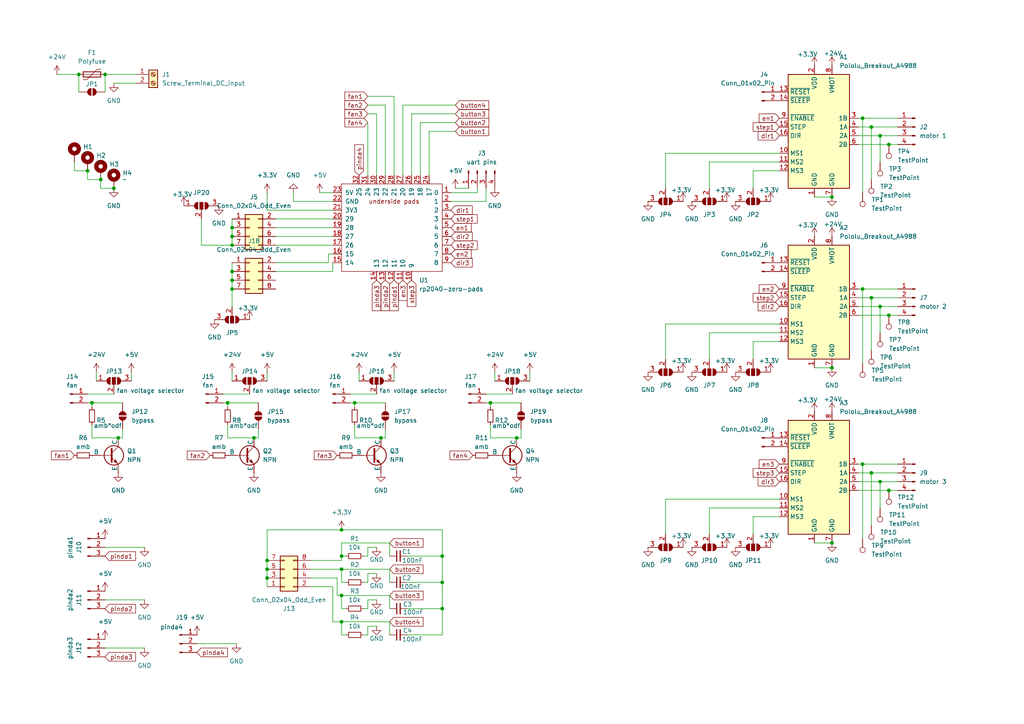
<source format=kicad_sch>
(kicad_sch (version 20231120) (generator "eeschema") (generator_version "8.0")
  (paper "A4")
  (junction (at 149.86 127))
  (junction (at 67.31 71.12))
  (junction (at 67.31 78.74))
  (junction (at 77.47 162.56))
  (junction (at 67.31 81.28))
  (junction (at 255.27 39.37))
  (junction (at 99.06 172.72))
  (junction (at 77.47 165.1))
  (junction (at 99.06 180.34))
  (junction (at 252.73 36.83))
  (junction (at 128.27 168.91))
  (junction (at 257.81 142.24))
  (junction (at 33.02 54.61))
  (junction (at 67.31 68.58))
  (junction (at 34.29 127))
  (junction (at 255.27 88.9))
  (junction (at 102.87 116.84))
  (junction (at 142.24 116.84))
  (junction (at 241.3 57.15))
  (junction (at 77.47 167.64))
  (junction (at 257.81 41.91))
  (junction (at 252.73 86.36))
  (junction (at 255.27 139.7))
  (junction (at 241.3 157.48))
  (junction (at 99.06 165.1))
  (junction (at 257.81 91.44))
  (junction (at 29.21 52.07))
  (junction (at 66.04 116.84))
  (junction (at 110.49 127))
  (junction (at 241.3 106.68))
  (junction (at 25.4 49.53))
  (junction (at 67.31 66.04))
  (junction (at 250.19 34.29))
  (junction (at 30.48 21.59))
  (junction (at 67.31 83.82))
  (junction (at 26.67 116.84))
  (junction (at 99.06 153.67))
  (junction (at 250.19 83.82))
  (junction (at 99.06 161.29))
  (junction (at 128.27 176.53))
  (junction (at 73.66 127))
  (junction (at 128.27 161.29))
  (junction (at 250.19 134.62))
  (junction (at 252.73 137.16))
  (junction (at 22.86 21.59))
  (wire (pts (xy 109.22 33.02) (xy 109.22 50.8)))
  (wire (pts (xy 250.19 134.62) (xy 248.92 134.62)))
  (wire (pts (xy 38.1 110.49) (xy 38.1 107.95)))
  (wire (pts (xy 25.4 116.84) (xy 26.67 116.84)))
  (wire (pts (xy 218.44 49.53) (xy 226.06 49.53)))
  (wire (pts (xy 106.68 181.61) (xy 109.22 181.61)))
  (wire (pts (xy 106.68 161.29) (xy 105.41 161.29)))
  (wire (pts (xy 205.74 147.32) (xy 226.06 147.32)))
  (wire (pts (xy 80.01 68.58) (xy 96.52 68.58)))
  (wire (pts (xy 260.35 134.62) (xy 250.19 134.62)))
  (wire (pts (xy 106.68 166.37) (xy 106.68 168.91)))
  (wire (pts (xy 58.42 63.5) (xy 58.42 71.12)))
  (wire (pts (xy 132.08 35.56) (xy 121.92 35.56)))
  (wire (pts (xy 218.44 149.86) (xy 218.44 154.94)))
  (wire (pts (xy 113.03 157.48) (xy 99.06 157.48)))
  (wire (pts (xy 260.35 36.83) (xy 252.73 36.83)))
  (wire (pts (xy 132.08 30.48) (xy 116.84 30.48)))
  (wire (pts (xy 236.22 57.15) (xy 241.3 57.15)))
  (wire (pts (xy 72.39 114.3) (xy 64.77 114.3)))
  (wire (pts (xy 116.84 30.48) (xy 116.84 50.8)))
  (wire (pts (xy 67.31 66.04) (xy 67.31 68.58)))
  (wire (pts (xy 193.04 44.45) (xy 193.04 54.61)))
  (wire (pts (xy 255.27 88.9) (xy 248.92 88.9)))
  (wire (pts (xy 128.27 168.91) (xy 118.11 168.91)))
  (wire (pts (xy 30.48 21.59) (xy 39.37 21.59)))
  (wire (pts (xy 29.21 54.61) (xy 33.02 54.61)))
  (wire (pts (xy 128.27 168.91) (xy 128.27 176.53)))
  (wire (pts (xy 35.56 124.46) (xy 35.56 127)))
  (wire (pts (xy 90.17 167.64) (xy 97.79 167.64)))
  (wire (pts (xy 67.31 81.28) (xy 67.31 83.82)))
  (wire (pts (xy 26.67 123.19) (xy 26.67 127)))
  (wire (pts (xy 226.06 44.45) (xy 193.04 44.45)))
  (wire (pts (xy 119.38 33.02) (xy 119.38 50.8)))
  (wire (pts (xy 80.01 71.12) (xy 96.52 71.12)))
  (wire (pts (xy 21.59 49.53) (xy 25.4 49.53)))
  (wire (pts (xy 153.67 110.49) (xy 153.67 107.95)))
  (wire (pts (xy 26.67 116.84) (xy 35.56 116.84)))
  (wire (pts (xy 101.6 116.84) (xy 102.87 116.84)))
  (wire (pts (xy 30.48 187.96) (xy 41.91 187.96)))
  (wire (pts (xy 74.93 127) (xy 73.66 127)))
  (wire (pts (xy 151.13 124.46) (xy 151.13 127)))
  (wire (pts (xy 106.68 27.94) (xy 114.3 27.94)))
  (wire (pts (xy 113.03 165.1) (xy 99.06 165.1)))
  (wire (pts (xy 128.27 176.53) (xy 128.27 184.15)))
  (wire (pts (xy 124.46 38.1) (xy 132.08 38.1)))
  (wire (pts (xy 193.04 93.98) (xy 193.04 104.14)))
  (wire (pts (xy 74.93 124.46) (xy 74.93 127)))
  (wire (pts (xy 124.46 38.1) (xy 124.46 50.8)))
  (wire (pts (xy 255.27 147.32) (xy 255.27 139.7)))
  (wire (pts (xy 30.48 173.99) (xy 41.91 173.99)))
  (wire (pts (xy 205.74 54.61) (xy 205.74 46.99)))
  (wire (pts (xy 99.06 172.72) (xy 99.06 176.53)))
  (wire (pts (xy 99.06 165.1) (xy 99.06 168.91)))
  (wire (pts (xy 142.24 127) (xy 149.86 127)))
  (wire (pts (xy 67.31 68.58) (xy 67.31 71.12)))
  (wire (pts (xy 30.48 158.75) (xy 41.91 158.75)))
  (wire (pts (xy 114.3 110.49) (xy 114.3 107.95)))
  (wire (pts (xy 106.68 176.53) (xy 105.41 176.53)))
  (wire (pts (xy 90.17 162.56) (xy 99.06 162.56)))
  (wire (pts (xy 128.27 161.29) (xy 118.11 161.29)))
  (wire (pts (xy 138.43 55.88) (xy 130.81 55.88)))
  (wire (pts (xy 67.31 83.82) (xy 67.31 88.9)))
  (wire (pts (xy 99.06 168.91) (xy 100.33 168.91)))
  (wire (pts (xy 255.27 39.37) (xy 248.92 39.37)))
  (wire (pts (xy 66.04 123.19) (xy 66.04 127)))
  (wire (pts (xy 260.35 91.44) (xy 257.81 91.44)))
  (wire (pts (xy 22.86 21.59) (xy 22.86 26.67)))
  (wire (pts (xy 25.4 52.07) (xy 29.21 52.07)))
  (wire (pts (xy 114.3 27.94) (xy 114.3 50.8)))
  (wire (pts (xy 96.52 60.96) (xy 77.47 60.96)))
  (wire (pts (xy 66.04 116.84) (xy 74.93 116.84)))
  (wire (pts (xy 67.31 76.2) (xy 67.31 78.74)))
  (wire (pts (xy 111.76 30.48) (xy 111.76 50.8)))
  (wire (pts (xy 250.19 34.29) (xy 250.19 55.88)))
  (wire (pts (xy 106.68 158.75) (xy 109.22 158.75)))
  (wire (pts (xy 21.59 46.99) (xy 21.59 49.53)))
  (wire (pts (xy 95.25 73.66) (xy 95.25 76.2)))
  (wire (pts (xy 102.87 123.19) (xy 102.87 127)))
  (wire (pts (xy 106.68 168.91) (xy 105.41 168.91)))
  (wire (pts (xy 140.97 58.42) (xy 140.97 54.61)))
  (wire (pts (xy 255.27 139.7) (xy 248.92 139.7)))
  (wire (pts (xy 113.03 176.53) (xy 113.03 172.72)))
  (wire (pts (xy 226.06 144.78) (xy 193.04 144.78)))
  (wire (pts (xy 252.73 152.4) (xy 252.73 137.16)))
  (wire (pts (xy 113.03 180.34) (xy 99.06 180.34)))
  (wire (pts (xy 77.47 162.56) (xy 77.47 165.1)))
  (wire (pts (xy 99.06 157.48) (xy 99.06 161.29)))
  (wire (pts (xy 26.67 118.11) (xy 26.67 116.84)))
  (wire (pts (xy 96.52 58.42) (xy 85.09 58.42)))
  (wire (pts (xy 96.52 73.66) (xy 95.25 73.66)))
  (wire (pts (xy 106.68 33.02) (xy 109.22 33.02)))
  (wire (pts (xy 77.47 153.67) (xy 99.06 153.67)))
  (wire (pts (xy 255.27 96.52) (xy 255.27 88.9)))
  (wire (pts (xy 102.87 127) (xy 110.49 127)))
  (wire (pts (xy 99.06 180.34) (xy 99.06 184.15)))
  (wire (pts (xy 250.19 83.82) (xy 250.19 105.41)))
  (wire (pts (xy 148.59 114.3) (xy 140.97 114.3)))
  (wire (pts (xy 106.68 158.75) (xy 106.68 161.29)))
  (wire (pts (xy 30.48 21.59) (xy 30.48 26.67)))
  (wire (pts (xy 121.92 35.56) (xy 121.92 50.8)))
  (wire (pts (xy 35.56 127) (xy 34.29 127)))
  (wire (pts (xy 260.35 137.16) (xy 252.73 137.16)))
  (wire (pts (xy 77.47 167.64) (xy 77.47 170.18)))
  (wire (pts (xy 57.15 186.69) (xy 68.58 186.69)))
  (wire (pts (xy 138.43 55.88) (xy 138.43 54.61)))
  (wire (pts (xy 255.27 46.99) (xy 255.27 39.37)))
  (wire (pts (xy 142.24 118.11) (xy 142.24 116.84)))
  (wire (pts (xy 252.73 86.36) (xy 248.92 86.36)))
  (wire (pts (xy 142.24 116.84) (xy 151.13 116.84)))
  (wire (pts (xy 106.68 35.56) (xy 106.68 50.8)))
  (wire (pts (xy 67.31 110.49) (xy 67.31 107.95)))
  (wire (pts (xy 77.47 60.96) (xy 77.47 55.88)))
  (wire (pts (xy 113.03 161.29) (xy 113.03 157.48)))
  (wire (pts (xy 260.35 41.91) (xy 257.81 41.91)))
  (wire (pts (xy 250.19 34.29) (xy 248.92 34.29)))
  (wire (pts (xy 96.52 170.18) (xy 96.52 180.34)))
  (wire (pts (xy 218.44 99.06) (xy 218.44 104.14)))
  (wire (pts (xy 113.03 168.91) (xy 113.03 165.1)))
  (wire (pts (xy 80.01 78.74) (xy 96.52 78.74)))
  (wire (pts (xy 132.08 33.02) (xy 119.38 33.02)))
  (wire (pts (xy 252.73 101.6) (xy 252.73 86.36)))
  (wire (pts (xy 205.74 96.52) (xy 226.06 96.52)))
  (wire (pts (xy 99.06 161.29) (xy 99.06 162.56)))
  (wire (pts (xy 106.68 173.99) (xy 106.68 176.53)))
  (wire (pts (xy 143.51 110.49) (xy 143.51 107.95)))
  (wire (pts (xy 260.35 88.9) (xy 255.27 88.9)))
  (wire (pts (xy 218.44 49.53) (xy 218.44 54.61)))
  (wire (pts (xy 205.74 104.14) (xy 205.74 96.52)))
  (wire (pts (xy 29.21 52.07) (xy 29.21 54.61)))
  (wire (pts (xy 113.03 184.15) (xy 113.03 180.34)))
  (wire (pts (xy 106.68 30.48) (xy 111.76 30.48)))
  (wire (pts (xy 102.87 116.84) (xy 111.76 116.84)))
  (wire (pts (xy 260.35 142.24) (xy 257.81 142.24)))
  (wire (pts (xy 99.06 161.29) (xy 100.33 161.29)))
  (wire (pts (xy 27.94 110.49) (xy 27.94 107.95)))
  (wire (pts (xy 151.13 127) (xy 149.86 127)))
  (wire (pts (xy 80.01 66.04) (xy 96.52 66.04)))
  (wire (pts (xy 66.04 127) (xy 73.66 127)))
  (wire (pts (xy 109.22 114.3) (xy 101.6 114.3)))
  (wire (pts (xy 106.68 173.99) (xy 109.22 173.99)))
  (wire (pts (xy 92.71 55.88) (xy 96.52 55.88)))
  (wire (pts (xy 252.73 52.07) (xy 252.73 36.83)))
  (wire (pts (xy 33.02 24.13) (xy 39.37 24.13)))
  (wire (pts (xy 16.51 21.59) (xy 22.86 21.59)))
  (wire (pts (xy 90.17 170.18) (xy 96.52 170.18)))
  (wire (pts (xy 236.22 157.48) (xy 241.3 157.48)))
  (wire (pts (xy 77.47 165.1) (xy 77.47 167.64)))
  (wire (pts (xy 260.35 34.29) (xy 250.19 34.29)))
  (wire (pts (xy 260.35 139.7) (xy 255.27 139.7)))
  (wire (pts (xy 250.19 134.62) (xy 250.19 156.21)))
  (wire (pts (xy 33.02 114.3) (xy 25.4 114.3)))
  (wire (pts (xy 97.79 172.72) (xy 99.06 172.72)))
  (wire (pts (xy 102.87 118.11) (xy 102.87 116.84)))
  (wire (pts (xy 250.19 83.82) (xy 248.92 83.82)))
  (wire (pts (xy 193.04 144.78) (xy 193.04 154.94)))
  (wire (pts (xy 99.06 184.15) (xy 100.33 184.15)))
  (wire (pts (xy 80.01 63.5) (xy 96.52 63.5)))
  (wire (pts (xy 128.27 184.15) (xy 118.11 184.15)))
  (wire (pts (xy 252.73 137.16) (xy 248.92 137.16)))
  (wire (pts (xy 257.81 41.91) (xy 248.92 41.91)))
  (wire (pts (xy 142.24 123.19) (xy 142.24 127)))
  (wire (pts (xy 252.73 36.83) (xy 248.92 36.83)))
  (wire (pts (xy 236.22 106.68) (xy 241.3 106.68)))
  (wire (pts (xy 67.31 63.5) (xy 67.31 66.04)))
  (wire (pts (xy 104.14 110.49) (xy 104.14 107.95)))
  (wire (pts (xy 205.74 46.99) (xy 226.06 46.99)))
  (wire (pts (xy 111.76 127) (xy 110.49 127)))
  (wire (pts (xy 64.77 116.84) (xy 66.04 116.84)))
  (wire (pts (xy 132.08 54.61) (xy 135.89 54.61)))
  (wire (pts (xy 106.68 181.61) (xy 106.68 184.15)))
  (wire (pts (xy 66.04 118.11) (xy 66.04 116.84)))
  (wire (pts (xy 99.06 153.67) (xy 128.27 153.67)))
  (wire (pts (xy 106.68 166.37) (xy 109.22 166.37)))
  (wire (pts (xy 77.47 110.49) (xy 77.47 107.95)))
  (wire (pts (xy 257.81 91.44) (xy 248.92 91.44)))
  (wire (pts (xy 205.74 154.94) (xy 205.74 147.32)))
  (wire (pts (xy 113.03 172.72) (xy 99.06 172.72)))
  (wire (pts (xy 106.68 184.15) (xy 105.41 184.15)))
  (wire (pts (xy 260.35 39.37) (xy 255.27 39.37)))
  (wire (pts (xy 90.17 165.1) (xy 99.06 165.1)))
  (wire (pts (xy 99.06 176.53) (xy 100.33 176.53)))
  (wire (pts (xy 96.52 180.34) (xy 99.06 180.34)))
  (wire (pts (xy 26.67 127) (xy 34.29 127)))
  (wire (pts (xy 97.79 167.64) (xy 97.79 172.72)))
  (wire (pts (xy 96.52 78.74) (xy 96.52 76.2)))
  (wire (pts (xy 128.27 153.67) (xy 128.27 161.29)))
  (wire (pts (xy 130.81 58.42) (xy 140.97 58.42)))
  (wire (pts (xy 111.76 124.46) (xy 111.76 127)))
  (wire (pts (xy 140.97 116.84) (xy 142.24 116.84)))
  (wire (pts (xy 77.47 153.67) (xy 77.47 162.56)))
  (wire (pts (xy 67.31 78.74) (xy 67.31 81.28)))
  (wire (pts (xy 260.35 83.82) (xy 250.19 83.82)))
  (wire (pts (xy 226.06 93.98) (xy 193.04 93.98)))
  (wire (pts (xy 58.42 71.12) (xy 67.31 71.12)))
  (wire (pts (xy 25.4 49.53) (xy 25.4 52.07)))
  (wire (pts (xy 95.25 76.2) (xy 80.01 76.2)))
  (wire (pts (xy 257.81 142.24) (xy 248.92 142.24)))
  (wire (pts (xy 128.27 161.29) (xy 128.27 168.91)))
  (wire (pts (xy 218.44 99.06) (xy 226.06 99.06)))
  (wire (pts (xy 260.35 86.36) (xy 252.73 86.36)))
  (wire (pts (xy 218.44 149.86) (xy 226.06 149.86)))
  (wire (pts (xy 85.09 58.42) (xy 85.09 55.88)))
  (wire (pts (xy 128.27 176.53) (xy 118.11 176.53)))
  (global_label "button3" (shape input) (at 132.08 33.02 0) (property "Intersheetrefs" "${INTERSHEET_REFS}" (effects (hide yes))))
  (global_label "en2" (shape input) (at 226.06 83.82 180) (property "Intersheetrefs" "${INTERSHEET_REFS}" (effects (hide yes))))
  (global_label "fan1" (shape input) (at 21.59 132.08 180) (property "Intersheetrefs" "${INTERSHEET_REFS}" (effects (hide yes))))
  (global_label "en1" (shape input) (at 130.81 66.04 0) (property "Intersheetrefs" "${INTERSHEET_REFS}" (effects (hide yes))))
  (global_label "step3" (shape input) (at 119.38 81.28 270) (property "Intersheetrefs" "${INTERSHEET_REFS}" (effects (hide yes))))
  (global_label "step1" (shape input) (at 130.81 63.5 0) (property "Intersheetrefs" "${INTERSHEET_REFS}" (effects (hide yes))))
  (global_label "fan1" (shape input) (at 106.68 27.94 180) (property "Intersheetrefs" "${INTERSHEET_REFS}" (effects (hide yes))))
  (global_label "pinda1" (shape input) (at 114.3 81.28 270) (property "Intersheetrefs" "${INTERSHEET_REFS}" (effects (hide yes))))
  (global_label "pinda2" (shape input) (at 30.48 176.53 0) (property "Intersheetrefs" "${INTERSHEET_REFS}" (effects (hide yes))))
  (global_label "pinda1" (shape input) (at 30.48 161.29 0) (property "Intersheetrefs" "${INTERSHEET_REFS}" (effects (hide yes))))
  (global_label "button2" (shape input) (at 113.03 165.1 0) (property "Intersheetrefs" "${INTERSHEET_REFS}" (effects (hide yes))))
  (global_label "step3" (shape input) (at 226.06 137.16 180) (property "Intersheetrefs" "${INTERSHEET_REFS}" (effects (hide yes))))
  (global_label "step2" (shape input) (at 130.81 71.12 0) (property "Intersheetrefs" "${INTERSHEET_REFS}" (effects (hide yes))))
  (global_label "button4" (shape input) (at 113.03 180.34 0) (property "Intersheetrefs" "${INTERSHEET_REFS}" (effects (hide yes))))
  (global_label "dir3" (shape input) (at 130.81 76.2 0) (property "Intersheetrefs" "${INTERSHEET_REFS}" (effects (hide yes))))
  (global_label "button4" (shape input) (at 132.08 30.48 0) (property "Intersheetrefs" "${INTERSHEET_REFS}" (effects (hide yes))))
  (global_label "dir1" (shape input) (at 226.06 39.37 180) (property "Intersheetrefs" "${INTERSHEET_REFS}" (effects (hide yes))))
  (global_label "fan3" (shape input) (at 97.79 132.08 180) (property "Intersheetrefs" "${INTERSHEET_REFS}" (effects (hide yes))))
  (global_label "en3" (shape input) (at 226.06 134.62 180) (property "Intersheetrefs" "${INTERSHEET_REFS}" (effects (hide yes))))
  (global_label "fan4" (shape input) (at 106.68 35.56 180) (property "Intersheetrefs" "${INTERSHEET_REFS}" (effects (hide yes))))
  (global_label "pinda3" (shape input) (at 109.22 81.28 270) (property "Intersheetrefs" "${INTERSHEET_REFS}" (effects (hide yes))))
  (global_label "dir2" (shape input) (at 226.06 88.9 180) (property "Intersheetrefs" "${INTERSHEET_REFS}" (effects (hide yes))))
  (global_label "dir1" (shape input) (at 130.81 60.96 0) (property "Intersheetrefs" "${INTERSHEET_REFS}" (effects (hide yes))))
  (global_label "fan3" (shape input) (at 106.68 33.02 180) (property "Intersheetrefs" "${INTERSHEET_REFS}" (effects (hide yes))))
  (global_label "fan2" (shape input) (at 106.68 30.48 180) (property "Intersheetrefs" "${INTERSHEET_REFS}" (effects (hide yes))))
  (global_label "en1" (shape input) (at 226.06 34.29 180) (property "Intersheetrefs" "${INTERSHEET_REFS}" (effects (hide yes))))
  (global_label "step1" (shape input) (at 226.06 36.83 180) (property "Intersheetrefs" "${INTERSHEET_REFS}" (effects (hide yes))))
  (global_label "button3" (shape input) (at 113.03 172.72 0) (property "Intersheetrefs" "${INTERSHEET_REFS}" (effects (hide yes))))
  (global_label "button2" (shape input) (at 132.08 35.56 0) (property "Intersheetrefs" "${INTERSHEET_REFS}" (effects (hide yes))))
  (global_label "dir3" (shape input) (at 226.06 139.7 180) (property "Intersheetrefs" "${INTERSHEET_REFS}" (effects (hide yes))))
  (global_label "pinda4" (shape input) (at 57.15 189.23 0) (property "Intersheetrefs" "${INTERSHEET_REFS}" (effects (hide yes))))
  (global_label "pinda3" (shape input) (at 30.48 190.5 0) (property "Intersheetrefs" "${INTERSHEET_REFS}" (effects (hide yes))))
  (global_label "pinda2" (shape input) (at 111.76 81.28 270) (property "Intersheetrefs" "${INTERSHEET_REFS}" (effects (hide yes))))
  (global_label "pinda4" (shape input) (at 104.14 50.8 90) (property "Intersheetrefs" "${INTERSHEET_REFS}" (effects (hide yes))))
  (global_label "en3" (shape input) (at 116.84 81.28 270) (property "Intersheetrefs" "${INTERSHEET_REFS}" (effects (hide yes))))
  (global_label "button1" (shape input) (at 113.03 157.48 0) (property "Intersheetrefs" "${INTERSHEET_REFS}" (effects (hide yes))))
  (global_label "fan4" (shape input) (at 137.16 132.08 180) (property "Intersheetrefs" "${INTERSHEET_REFS}" (effects (hide yes))))
  (global_label "en2" (shape input) (at 130.81 73.66 0) (property "Intersheetrefs" "${INTERSHEET_REFS}" (effects (hide yes))))
  (global_label "step2" (shape input) (at 226.06 86.36 180) (property "Intersheetrefs" "${INTERSHEET_REFS}" (effects (hide yes))))
  (global_label "dir2" (shape input) (at 130.81 68.58 0) (property "Intersheetrefs" "${INTERSHEET_REFS}" (effects (hide yes))))
  (global_label "button1" (shape input) (at 132.08 38.1 0) (property "Intersheetrefs" "${INTERSHEET_REFS}" (effects (hide yes))))
  (global_label "fan2" (shape input) (at 60.96 132.08 180) (property "Intersheetrefs" "${INTERSHEET_REFS}" (effects (hide yes))))
  (symbol (lib_id "Connector:Conn_01x04_Pin") (at 265.43 86.36 0) (mirror y) (unit 1)
    (property "Reference" "J7" (at 266.7 86.3599 0) (effects (justify right)))
    (property "Value" "motor 2" (at 266.7 88.8999 0) (effects (justify right)))
    (property "Footprint" "Connector_PinHeader_2.54mm:PinHeader_1x04_P2.54mm_Vertical" (effects (hide yes)))
    (property "Description" "Generic connector, single row, 01x04, script generated" (effects (hide yes)))
  )
  (symbol (lib_id "power:GND") (at 200.66 107.95 0) (unit 1)
    (property "Reference" "#PWR021" (effects (hide yes)))
    (property "Value" "GND" (at 200.66 113.03 0))
    (property "Description" "Power symbol creates a global label with name \"GND\" , ground" (effects (hide yes)))
  )
  (symbol (lib_id "Connector:TestPoint") (at 250.19 105.41 180) (unit 1)
    (property "Reference" "TP5" (at 252.73 107.4419 0) (effects (justify right)))
    (property "Value" "TestPoint" (at 252.73 109.9819 0) (effects (justify right)))
    (property "Footprint" "TestPoint:TestPoint_THTPad_1.0x1.0mm_Drill0.5mm" (effects (hide yes)))
    (property "Description" "test point" (effects (hide yes)))
  )
  (symbol (lib_id "power:+3.3V") (at 77.47 55.88 0) (unit 1)
    (property "Reference" "#PWR018" (effects (hide yes)))
    (property "Value" "+3.3V" (at 77.47 50.8 0))
    (property "Description" "Power symbol creates a global label with name \"+3.3V\"" (effects (hide yes)))
  )
  (symbol (lib_id "Connector:Conn_01x02_Pin") (at 59.69 114.3 0) (unit 1)
    (property "Reference" "J15" (at 60.325 109.22 0))
    (property "Value" "fan" (at 60.325 111.76 0))
    (property "Footprint" "Connector_PinHeader_2.54mm:PinHeader_1x02_P2.54mm_Vertical" (effects (hide yes)))
    (property "Description" "Generic connector, single row, 01x02, script generated" (effects (hide yes)))
  )
  (symbol (lib_id "Jumper:SolderJumper_3_Open") (at 205.74 58.42 180) (unit 1) (exclude_from_sim yes) (in_bom no)
    (property "Reference" "JP3" (at 205.74 62.23 0))
    (property "Value" "SolderJumper_3_Open" (effects (hide yes)))
    (property "Footprint" "Jumper:SolderJumper-3_P1.3mm_Open_Pad1.0x1.5mm" (effects (hide yes)))
    (property "Description" "Solder Jumper, 3-pole, open" (effects (hide yes)))
  )
  (symbol (lib_id "power:+5V") (at 77.47 107.95 0) (unit 1)
    (property "Reference" "#PWR053" (effects (hide yes)))
    (property "Value" "+5V" (at 77.47 102.87 0))
    (property "Description" "Power symbol creates a global label with name \"+5V\"" (effects (hide yes)))
  )
  (symbol (lib_id "power:+3.3V") (at 236.22 68.58 0) (unit 1)
    (property "Reference" "#PWR025" (effects (hide yes)))
    (property "Value" "+3.3V" (at 234.188 65.278 0))
    (property "Description" "Power symbol creates a global label with name \"+3.3V\"" (effects (hide yes)))
  )
  (symbol (lib_id "Connector:Conn_01x02_Pin") (at 96.52 114.3 0) (unit 1)
    (property "Reference" "J16" (at 97.155 109.22 0))
    (property "Value" "fan" (at 97.155 111.76 0))
    (property "Footprint" "Connector_PinHeader_2.54mm:PinHeader_1x02_P2.54mm_Vertical" (effects (hide yes)))
    (property "Description" "Generic connector, single row, 01x02, script generated" (effects (hide yes)))
  )
  (symbol (lib_id "power:GND") (at 149.86 137.16 0) (unit 1)
    (property "Reference" "#PWR058" (effects (hide yes)))
    (property "Value" "GND" (at 149.86 142.24 0))
    (property "Description" "Power symbol creates a global label with name \"GND\" , ground" (effects (hide yes)))
  )
  (symbol (lib_id "Jumper:SolderJumper_3_Open") (at 72.39 110.49 0) (unit 1) (exclude_from_sim yes) (in_bom no)
    (property "Reference" "JP14" (at 72.39 107.696 0))
    (property "Value" "fan voltage selector" (at 83.058 113.284 0))
    (property "Footprint" "Jumper:SolderJumper-3_P1.3mm_Open_Pad1.0x1.5mm" (effects (hide yes)))
    (property "Description" "Solder Jumper, 3-pole, open" (effects (hide yes)))
  )
  (symbol (lib_id "Connector:TestPoint") (at 250.19 156.21 180) (unit 1)
    (property "Reference" "TP9" (at 252.73 158.2419 0) (effects (justify right)))
    (property "Value" "TestPoint" (at 252.73 160.7819 0) (effects (justify right)))
    (property "Footprint" "TestPoint:TestPoint_THTPad_1.0x1.0mm_Drill0.5mm" (effects (hide yes)))
    (property "Description" "test point" (effects (hide yes)))
  )
  (symbol (lib_id "Device:C_Small") (at 115.57 161.29 90) (unit 1)
    (property "Reference" "C1" (at 116.586 160.02 90) (effects (justify right)))
    (property "Value" "100nF" (at 116.586 162.56 90) (effects (justify right)))
    (property "Footprint" "Capacitor_SMD:C_Elec_6.3x5.4" (effects (hide yes)))
    (property "Description" "Unpolarized capacitor, small symbol" (effects (hide yes)))
  )
  (symbol (lib_id "power:GND") (at 85.09 55.88 180) (unit 1)
    (property "Reference" "#PWR017" (effects (hide yes)))
    (property "Value" "GND" (at 85.09 50.8 0))
    (property "Description" "Power symbol creates a global label with name \"GND\" , ground" (effects (hide yes)))
  )
  (symbol (lib_id "power:+5V") (at 57.15 184.15 0) (unit 1)
    (property "Reference" "#PWR063" (effects (hide yes)))
    (property "Value" "+5V" (at 57.15 179.07 0))
    (property "Description" "Power symbol creates a global label with name \"+5V\"" (effects (hide yes)))
  )
  (symbol (lib_id "Driver_Motor:Pololu_Breakout_A4988") (at 236.22 86.36 0) (unit 1)
    (property "Reference" "A2" (at 243.4941 66.04 0) (effects (justify left)))
    (property "Value" "Pololu_Breakout_A4988" (at 243.4941 68.58 0) (effects (justify left)))
    (property "Footprint" "Module:Pololu_Breakout-16_15.2x20.3mm" (effects (hide yes)))
    (property "Datasheet" "https://www.pololu.com/product/2980/pictures" (effects (hide yes)))
    (property "Description" "Pololu Breakout Board, Stepper Driver A4988" (effects (hide yes)))
  )
  (symbol (lib_id "Connector:TestPoint") (at 257.81 91.44 180) (unit 1)
    (property "Reference" "TP8" (at 260.35 93.4719 0) (effects (justify right)))
    (property "Value" "TestPoint" (at 260.35 96.0119 0) (effects (justify right)))
    (property "Footprint" "TestPoint:TestPoint_THTPad_1.0x1.0mm_Drill0.5mm" (effects (hide yes)))
    (property "Description" "test point" (effects (hide yes)))
  )
  (symbol (lib_id "Jumper:SolderJumper_2_Open") (at 151.13 120.65 90) (unit 1) (exclude_from_sim yes) (in_bom no)
    (property "Reference" "JP19" (at 153.67 119.3799 90) (effects (justify right)))
    (property "Value" "bypass" (at 153.67 121.9199 90) (effects (justify right)))
    (property "Footprint" "Jumper:SolderJumper-2_P1.3mm_Open_Pad1.0x1.5mm" (effects (hide yes)))
    (property "Description" "Solder Jumper, 2-pole, open" (effects (hide yes)))
  )
  (symbol (lib_id "power:+3.3V") (at 236.22 119.38 0) (unit 1)
    (property "Reference" "#PWR034" (effects (hide yes)))
    (property "Value" "+3.3V" (at 234.188 116.078 0))
    (property "Description" "Power symbol creates a global label with name \"+3.3V\"" (effects (hide yes)))
  )
  (symbol (lib_id "Driver_Motor:Pololu_Breakout_A4988") (at 236.22 137.16 0) (unit 1)
    (property "Reference" "A3" (at 243.4941 116.84 0) (effects (justify left)))
    (property "Value" "Pololu_Breakout_A4988" (at 243.4941 119.38 0) (effects (justify left)))
    (property "Footprint" "Module:Pololu_Breakout-16_15.2x20.3mm" (effects (hide yes)))
    (property "Datasheet" "https://www.pololu.com/product/2980/pictures" (effects (hide yes)))
    (property "Description" "Pololu Breakout Board, Stepper Driver A4988" (effects (hide yes)))
  )
  (symbol (lib_id "power:GND") (at 33.02 54.61 0) (unit 1)
    (property "Reference" "#PWR062" (effects (hide yes)))
    (property "Value" "GND" (at 33.02 59.69 0))
    (property "Description" "Power symbol creates a global label with name \"GND\" , ground" (effects (hide yes)))
  )
  (symbol (lib_id "power:+3.3V") (at 198.12 158.75 0) (unit 1)
    (property "Reference" "#PWR029" (effects (hide yes)))
    (property "Value" "+3.3V" (at 197.612 155.448 0))
    (property "Description" "Power symbol creates a global label with name \"+3.3V\"" (effects (hide yes)))
  )
  (symbol (lib_id "power:+24V") (at 241.3 119.38 0) (unit 1)
    (property "Reference" "#PWR035" (effects (hide yes)))
    (property "Value" "+24V" (at 241.554 115.824 0))
    (property "Description" "Power symbol creates a global label with name \"+24V\"" (effects (hide yes)))
  )
  (symbol (lib_id "Jumper:SolderJumper_3_Open") (at 109.22 110.49 0) (unit 1) (exclude_from_sim yes) (in_bom no)
    (property "Reference" "JP16" (at 109.22 107.696 0))
    (property "Value" "fan voltage selector" (at 119.888 113.284 0))
    (property "Footprint" "Jumper:SolderJumper-3_P1.3mm_Open_Pad1.0x1.5mm" (effects (hide yes)))
    (property "Description" "Solder Jumper, 3-pole, open" (effects (hide yes)))
  )
  (symbol (lib_id "power:GND") (at 187.96 58.42 0) (unit 1)
    (property "Reference" "#PWR010" (effects (hide yes)))
    (property "Value" "GND" (at 187.96 63.5 0))
    (property "Description" "Power symbol creates a global label with name \"GND\" , ground" (effects (hide yes)))
  )
  (symbol (lib_id "Device:C_Small") (at 115.57 184.15 90) (unit 1)
    (property "Reference" "C4" (at 116.84 182.88 90) (effects (justify right)))
    (property "Value" "100nF" (at 116.586 185.42 90) (effects (justify right)))
    (property "Footprint" "Capacitor_SMD:C_Elec_6.3x5.4" (effects (hide yes)))
    (property "Description" "Unpolarized capacitor, small symbol" (effects (hide yes)))
  )
  (symbol (lib_id "Jumper:SolderJumper_3_Open") (at 218.44 107.95 180) (unit 1) (exclude_from_sim yes) (in_bom no)
    (property "Reference" "JP8" (at 218.44 111.76 0))
    (property "Value" "SolderJumper_3_Open" (effects (hide yes)))
    (property "Footprint" "Jumper:SolderJumper-3_P1.3mm_Open_Pad1.0x1.5mm" (effects (hide yes)))
    (property "Description" "Solder Jumper, 3-pole, open" (effects (hide yes)))
  )
  (symbol (lib_id "power:GND") (at 41.91 158.75 0) (unit 1)
    (property "Reference" "#PWR038" (effects (hide yes)))
    (property "Value" "GND" (at 41.91 163.83 0))
    (property "Description" "Power symbol creates a global label with name \"GND\" , ground" (effects (hide yes)))
  )
  (symbol (lib_id "Driver_Motor:Pololu_Breakout_A4988") (at 236.22 36.83 0) (unit 1)
    (property "Reference" "A1" (at 243.4941 16.51 0) (effects (justify left)))
    (property "Value" "Pololu_Breakout_A4988" (at 243.4941 19.05 0) (effects (justify left)))
    (property "Footprint" "Module:Pololu_Breakout-16_15.2x20.3mm" (effects (hide yes)))
    (property "Datasheet" "https://www.pololu.com/product/2980/pictures" (effects (hide yes)))
    (property "Description" "Pololu Breakout Board, Stepper Driver A4988" (effects (hide yes)))
  )
  (symbol (lib_id "power:+24V") (at 241.3 19.05 0) (unit 1)
    (property "Reference" "#PWR03" (effects (hide yes)))
    (property "Value" "+24V" (at 241.554 15.494 0))
    (property "Description" "Power symbol creates a global label with name \"+24V\"" (effects (hide yes)))
  )
  (symbol (lib_id "Connector:Screw_Terminal_01x02") (at 44.45 21.59 0) (unit 1)
    (property "Reference" "J1" (at 46.99 21.5899 0) (effects (justify left)))
    (property "Value" "Screw_Terminal_DC_input" (at 46.99 24.1299 0) (effects (justify left)))
    (property "Footprint" "TerminalBlock:TerminalBlock_bornier-2_P5.08mm" (effects (hide yes)))
    (property "Description" "Generic screw terminal, single row, 01x02, script generated (kicad-library-utils/schlib/autogen/connector/)" (effects (hide yes)))
  )
  (symbol (lib_id "Device:R_Small") (at 102.87 120.65 180) (unit 1)
    (property "Reference" "R10" (at 104.14 121.92 0) (effects (justify right)))
    (property "Value" "amb*odf" (at 103.378 123.444 0) (effects (justify right)))
    (property "Footprint" "Resistor_THT:R_Axial_DIN0204_L3.6mm_D1.6mm_P5.08mm_Horizontal" (effects (hide yes)))
    (property "Description" "Resistor, small symbol" (effects (hide yes)))
  )
  (symbol (lib_id "power:GND") (at 213.36 107.95 0) (unit 1)
    (property "Reference" "#PWR023" (effects (hide yes)))
    (property "Value" "GND" (at 213.36 113.03 0))
    (property "Description" "Power symbol creates a global label with name \"GND\" , ground" (effects (hide yes)))
  )
  (symbol (lib_id "power:GND") (at 109.22 158.75 0) (unit 1)
    (property "Reference" "#PWR044" (effects (hide yes)))
    (property "Value" "GND" (at 109.22 162.306 0))
    (property "Description" "Power symbol creates a global label with name \"GND\" , ground" (effects (hide yes)))
  )
  (symbol (lib_id "Jumper:SolderJumper_3_Open") (at 193.04 58.42 180) (unit 1) (exclude_from_sim yes) (in_bom no)
    (property "Reference" "JP4" (at 193.04 62.23 0))
    (property "Value" "SolderJumper_3_Open" (effects (hide yes)))
    (property "Footprint" "Jumper:SolderJumper-3_P1.3mm_Open_Pad1.0x1.5mm" (effects (hide yes)))
    (property "Description" "Solder Jumper, 3-pole, open" (effects (hide yes)))
  )
  (symbol (lib_id "Simulation_SPICE:NPN") (at 31.75 132.08 0) (unit 1)
    (property "Reference" "Q1" (at 36.83 130.8099 0) (effects (justify left)))
    (property "Value" "NPN" (at 36.83 133.3499 0) (effects (justify left)))
    (property "Footprint" "Package_TO_SOT_THT:TO-92_Inline_Wide" (effects (hide yes)))
    (property "Datasheet" "https://ngspice.sourceforge.io/docs/ngspice-html-manual/manual.xhtml#cha_BJTs" (effects (hide yes)))
    (property "Description" "Bipolar transistor symbol for simulation only, substrate tied to the emitter" (effects (hide yes)))
    (property "Sim.Device" "NPN" (effects (hide yes)))
    (property "Sim.Type" "GUMMELPOON" (effects (hide yes)))
    (property "Sim.Pins" "1=C 2=B 3=E" (effects (hide yes)))
  )
  (symbol (lib_id "Jumper:SolderJumper_3_Open") (at 205.74 107.95 180) (unit 1) (exclude_from_sim yes) (in_bom no)
    (property "Reference" "JP7" (at 205.74 111.76 0))
    (property "Value" "SolderJumper_3_Open" (effects (hide yes)))
    (property "Footprint" "Jumper:SolderJumper-3_P1.3mm_Open_Pad1.0x1.5mm" (effects (hide yes)))
    (property "Description" "Solder Jumper, 3-pole, open" (effects (hide yes)))
  )
  (symbol (lib_id "Connector:TestPoint") (at 257.81 41.91 180) (unit 1)
    (property "Reference" "TP4" (at 260.35 43.9419 0) (effects (justify right)))
    (property "Value" "TestPoint" (at 260.35 46.4819 0) (effects (justify right)))
    (property "Footprint" "TestPoint:TestPoint_THTPad_1.0x1.0mm_Drill0.5mm" (effects (hide yes)))
    (property "Description" "test point" (effects (hide yes)))
  )
  (symbol (lib_id "power:+3.3V") (at 99.06 153.67 0) (unit 1)
    (property "Reference" "#PWR043" (effects (hide yes)))
    (property "Value" "+3.3V" (at 99.06 148.59 0))
    (property "Description" "Power symbol creates a global label with name \"+3.3V\"" (effects (hide yes)))
  )
  (symbol (lib_id "power:+24V") (at 104.14 107.95 0) (unit 1)
    (property "Reference" "#PWR054" (effects (hide yes)))
    (property "Value" "+24V" (at 104.14 102.87 0))
    (property "Description" "Power symbol creates a global label with name \"+24V\"" (effects (hide yes)))
  )
  (symbol (lib_id "Device:R_Small") (at 102.87 168.91 90) (unit 1)
    (property "Reference" "R2" (at 102.87 163.83 90))
    (property "Value" "10k" (at 102.87 166.37 90))
    (property "Footprint" "Resistor_THT:R_Axial_DIN0204_L3.6mm_D1.6mm_P5.08mm_Horizontal" (effects (hide yes)))
    (property "Description" "Resistor, small symbol" (effects (hide yes)))
  )
  (symbol (lib_id "power:GND") (at 41.91 187.96 0) (unit 1)
    (property "Reference" "#PWR041" (effects (hide yes)))
    (property "Value" "GND" (at 41.91 193.04 0))
    (property "Description" "Power symbol creates a global label with name \"GND\" , ground" (effects (hide yes)))
  )
  (symbol (lib_id "power:GND") (at 109.22 166.37 0) (unit 1)
    (property "Reference" "#PWR045" (effects (hide yes)))
    (property "Value" "GND" (at 109.22 169.926 0))
    (property "Description" "Power symbol creates a global label with name \"GND\" , ground" (effects (hide yes)))
  )
  (symbol (lib_id "Device:R_Small") (at 63.5 132.08 90) (unit 1)
    (property "Reference" "R7" (at 63.5 127 90))
    (property "Value" "amb" (at 63.5 129.54 90))
    (property "Footprint" "Resistor_THT:R_Axial_DIN0204_L3.6mm_D1.6mm_P5.08mm_Horizontal" (effects (hide yes)))
    (property "Description" "Resistor, small symbol" (effects (hide yes)))
  )
  (symbol (lib_id "Jumper:SolderJumper_3_Open") (at 58.42 59.69 0) (unit 1) (exclude_from_sim yes) (in_bom no)
    (property "Reference" "JP20" (at 58.42 55.88 0))
    (property "Value" "SolderJumper_3_Open" (effects (hide yes)))
    (property "Footprint" "Jumper:SolderJumper-3_P1.3mm_Open_Pad1.0x1.5mm" (effects (hide yes)))
    (property "Description" "Solder Jumper, 3-pole, open" (effects (hide yes)))
  )
  (symbol (lib_id "Connector:TestPoint") (at 255.27 46.99 180) (unit 1)
    (property "Reference" "TP3" (at 257.81 49.0219 0) (effects (justify right)))
    (property "Value" "TestPoint" (at 257.81 51.5619 0) (effects (justify right)))
    (property "Footprint" "TestPoint:TestPoint_THTPad_1.0x1.0mm_Drill0.5mm" (effects (hide yes)))
    (property "Description" "test point" (effects (hide yes)))
  )
  (symbol (lib_id "Jumper:SolderJumper_3_Open") (at 205.74 158.75 180) (unit 1) (exclude_from_sim yes) (in_bom no)
    (property "Reference" "JP10" (at 205.74 162.56 0))
    (property "Value" "SolderJumper_3_Open" (effects (hide yes)))
    (property "Footprint" "Jumper:SolderJumper-3_P1.3mm_Open_Pad1.0x1.5mm" (effects (hide yes)))
    (property "Description" "Solder Jumper, 3-pole, open" (effects (hide yes)))
  )
  (symbol (lib_id "power:+24V") (at 67.31 107.95 0) (unit 1)
    (property "Reference" "#PWR051" (effects (hide yes)))
    (property "Value" "+24V" (at 67.31 102.87 0))
    (property "Description" "Power symbol creates a global label with name \"+24V\"" (effects (hide yes)))
  )
  (symbol (lib_id "power:GND") (at 143.51 54.61 0) (unit 1)
    (property "Reference" "#PWR013" (effects (hide yes)))
    (property "Value" "GND" (at 143.51 59.69 0))
    (property "Description" "Power symbol creates a global label with name \"GND\" , ground" (effects (hide yes)))
  )
  (symbol (lib_id "Jumper:SolderJumper_2_Open") (at 111.76 120.65 90) (unit 1) (exclude_from_sim yes) (in_bom no)
    (property "Reference" "JP17" (at 114.3 119.3799 90) (effects (justify right)))
    (property "Value" "bypass" (at 114.3 121.9199 90) (effects (justify right)))
    (property "Footprint" "Jumper:SolderJumper-2_P1.3mm_Open_Pad1.0x1.5mm" (effects (hide yes)))
    (property "Description" "Solder Jumper, 2-pole, open" (effects (hide yes)))
  )
  (symbol (lib_id "power:+3.3V") (at 210.82 58.42 0) (unit 1)
    (property "Reference" "#PWR09" (effects (hide yes)))
    (property "Value" "+3.3V" (at 210.312 55.118 0))
    (property "Description" "Power symbol creates a global label with name \"+3.3V\"" (effects (hide yes)))
  )
  (symbol (lib_id "power:GND") (at 33.02 24.13 0) (unit 1)
    (property "Reference" "#PWR02" (effects (hide yes)))
    (property "Value" "GND" (at 33.02 29.21 0))
    (property "Description" "Power symbol creates a global label with name \"GND\" , ground" (effects (hide yes)))
  )
  (symbol (lib_id "Connector:Conn_01x04_Pin") (at 265.43 137.16 0) (mirror y) (unit 1)
    (property "Reference" "J9" (at 266.7 137.1599 0) (effects (justify right)))
    (property "Value" "motor 3" (at 266.7 139.6999 0) (effects (justify right)))
    (property "Footprint" "Connector_PinHeader_2.54mm:PinHeader_1x04_P2.54mm_Vertical" (effects (hide yes)))
    (property "Description" "Generic connector, single row, 01x04, script generated" (effects (hide yes)))
  )
  (symbol (lib_id "power:+3.3V") (at 72.39 92.71 0) (unit 1)
    (property "Reference" "#PWR015" (effects (hide yes)))
    (property "Value" "+3.3V" (at 71.882 89.408 0))
    (property "Description" "Power symbol creates a global label with name \"+3.3V\"" (effects (hide yes)))
  )
  (symbol (lib_id "Connector:Conn_01x03_Pin") (at 25.4 187.96 0) (unit 1)
    (property "Reference" "J12" (at 22.86 187.96 90))
    (property "Value" "pinda3" (at 20.32 187.96 90))
    (property "Footprint" "Connector_PinHeader_2.54mm:PinHeader_1x03_P2.54mm_Vertical" (effects (hide yes)))
    (property "Description" "Generic connector, single row, 01x03, script generated" (effects (hide yes)))
  )
  (symbol (lib_id "power:+5V") (at 92.71 55.88 0) (unit 1)
    (property "Reference" "#PWR016" (effects (hide yes)))
    (property "Value" "+5V" (at 92.71 50.8 0))
    (property "Description" "Power symbol creates a global label with name \"+5V\"" (effects (hide yes)))
  )
  (symbol (lib_id "Connector:Conn_01x03_Pin") (at 52.07 186.69 0) (unit 1)
    (property "Reference" "J19" (at 52.705 179.07 0))
    (property "Value" "pinda4" (at 49.784 181.864 0))
    (property "Footprint" "Connector_PinHeader_2.54mm:PinHeader_1x03_P2.54mm_Vertical" (effects (hide yes)))
    (property "Description" "Generic connector, single row, 01x03, script generated" (effects (hide yes)))
  )
  (symbol (lib_id "Jumper:SolderJumper_2_Open") (at 35.56 120.65 90) (unit 1) (exclude_from_sim yes) (in_bom no)
    (property "Reference" "JP12" (at 38.1 119.3799 90) (effects (justify right)))
    (property "Value" "bypass" (at 38.1 121.9199 90) (effects (justify right)))
    (property "Footprint" "Jumper:SolderJumper-2_P1.3mm_Open_Pad1.0x1.5mm" (effects (hide yes)))
    (property "Description" "Solder Jumper, 2-pole, open" (effects (hide yes)))
  )
  (symbol (lib_id "Jumper:SolderJumper_3_Open") (at 148.59 110.49 0) (unit 1) (exclude_from_sim yes) (in_bom no)
    (property "Reference" "JP18" (at 148.59 107.696 0))
    (property "Value" "fan voltage selector" (at 159.258 113.284 0))
    (property "Footprint" "Jumper:SolderJumper-3_P1.3mm_Open_Pad1.0x1.5mm" (effects (hide yes)))
    (property "Description" "Solder Jumper, 3-pole, open" (effects (hide yes)))
  )
  (symbol (lib_id "Device:Polyfuse") (at 26.67 21.59 90) (unit 1)
    (property "Reference" "F1" (at 26.67 15.24 90))
    (property "Value" "Polyfuse" (at 26.67 17.78 90))
    (property "Footprint" "Fuse:Fuse_Blade_ATO_directSolder" (effects (hide yes)))
    (property "Description" "Resettable fuse, polymeric positive temperature coefficient" (effects (hide yes)))
  )
  (symbol (lib_id "Device:R_Small") (at 66.04 120.65 180) (unit 1)
    (property "Reference" "R8" (at 67.31 121.92 0) (effects (justify right)))
    (property "Value" "amb*odf" (at 66.548 123.444 0) (effects (justify right)))
    (property "Footprint" "Resistor_THT:R_Axial_DIN0204_L3.6mm_D1.6mm_P5.08mm_Horizontal" (effects (hide yes)))
    (property "Description" "Resistor, small symbol" (effects (hide yes)))
  )
  (symbol (lib_id "Simulation_SPICE:NPN") (at 147.32 132.08 0) (unit 1)
    (property "Reference" "Q4" (at 152.4 130.8099 0) (effects (justify left)))
    (property "Value" "NPN" (at 152.4 133.3499 0) (effects (justify left)))
    (property "Footprint" "Package_TO_SOT_THT:TO-92_Inline_Wide" (effects (hide yes)))
    (property "Datasheet" "https://ngspice.sourceforge.io/docs/ngspice-html-manual/manual.xhtml#cha_BJTs" (effects (hide yes)))
    (property "Description" "Bipolar transistor symbol for simulation only, substrate tied to the emitter" (effects (hide yes)))
    (property "Sim.Device" "NPN" (effects (hide yes)))
    (property "Sim.Type" "GUMMELPOON" (effects (hide yes)))
    (property "Sim.Pins" "1=C 2=B 3=E" (effects (hide yes)))
  )
  (symbol (lib_id "Connector:TestPoint") (at 257.81 142.24 180) (unit 1)
    (property "Reference" "TP12" (at 260.35 144.2719 0) (effects (justify right)))
    (property "Value" "TestPoint" (at 260.35 146.8119 0) (effects (justify right)))
    (property "Footprint" "TestPoint:TestPoint_THTPad_1.0x1.0mm_Drill0.5mm" (effects (hide yes)))
    (property "Description" "test point" (effects (hide yes)))
  )
  (symbol (lib_id "Device:R_Small") (at 100.33 132.08 90) (unit 1)
    (property "Reference" "R9" (at 100.33 127 90))
    (property "Value" "amb" (at 100.33 129.54 90))
    (property "Footprint" "Resistor_THT:R_Axial_DIN0204_L3.6mm_D1.6mm_P5.08mm_Horizontal" (effects (hide yes)))
    (property "Description" "Resistor, small symbol" (effects (hide yes)))
  )
  (symbol (lib_id "power:+3.3V") (at 198.12 58.42 0) (unit 1)
    (property "Reference" "#PWR011" (effects (hide yes)))
    (property "Value" "+3.3V" (at 197.612 55.118 0))
    (property "Description" "Power symbol creates a global label with name \"+3.3V\"" (effects (hide yes)))
  )
  (symbol (lib_id "Connector:Conn_01x03_Pin") (at 25.4 158.75 0) (unit 1)
    (property "Reference" "J10" (at 22.86 158.75 90))
    (property "Value" "pinda1" (at 20.32 158.75 90))
    (property "Footprint" "Connector_PinHeader_2.54mm:PinHeader_1x03_P2.54mm_Vertical" (effects (hide yes)))
    (property "Description" "Generic connector, single row, 01x03, script generated" (effects (hide yes)))
  )
  (symbol (lib_id "Connector:TestPoint") (at 255.27 96.52 180) (unit 1)
    (property "Reference" "TP7" (at 257.81 98.5519 0) (effects (justify right)))
    (property "Value" "TestPoint" (at 257.81 101.0919 0) (effects (justify right)))
    (property "Footprint" "TestPoint:TestPoint_THTPad_1.0x1.0mm_Drill0.5mm" (effects (hide yes)))
    (property "Description" "test point" (effects (hide yes)))
  )
  (symbol (lib_id "power:+5V") (at 30.48 156.21 0) (unit 1)
    (property "Reference" "#PWR037" (effects (hide yes)))
    (property "Value" "+5V" (at 30.48 151.13 0))
    (property "Description" "Power symbol creates a global label with name \"+5V\"" (effects (hide yes)))
  )
  (symbol (lib_id "power:+3.3V") (at 198.12 107.95 0) (unit 1)
    (property "Reference" "#PWR020" (effects (hide yes)))
    (property "Value" "+3.3V" (at 197.612 104.648 0))
    (property "Description" "Power symbol creates a global label with name \"+3.3V\"" (effects (hide yes)))
  )
  (symbol (lib_id "Jumper:SolderJumper_3_Open") (at 33.02 110.49 0) (unit 1) (exclude_from_sim yes) (in_bom no)
    (property "Reference" "JP13" (at 33.02 107.696 0))
    (property "Value" "fan voltage selector" (at 43.688 113.284 0))
    (property "Footprint" "Jumper:SolderJumper-3_P1.3mm_Open_Pad1.0x1.5mm" (effects (hide yes)))
    (property "Description" "Solder Jumper, 3-pole, open" (effects (hide yes)))
  )
  (symbol (lib_id "power:GND") (at 200.66 58.42 0) (unit 1)
    (property "Reference" "#PWR08" (effects (hide yes)))
    (property "Value" "GND" (at 200.66 63.5 0))
    (property "Description" "Power symbol creates a global label with name \"GND\" , ground" (effects (hide yes)))
  )
  (symbol (lib_id "mcu:rp2040-zero-pads") (at 114.3 64.77 0) (unit 1)
    (property "Reference" "U1" (at 121.5741 81.28 0) (effects (justify left)))
    (property "Value" "rp2040-zero-pads" (at 121.5741 83.82 0) (effects (justify left)))
    (property "Footprint" "mcu:rp2040-zero-smd-pads-cutout" (effects (hide yes)))
  )
  (symbol (lib_id "Device:R_Small") (at 139.7 132.08 90) (unit 1)
    (property "Reference" "R11" (at 139.7 127 90))
    (property "Value" "amb" (at 139.7 129.54 90))
    (property "Footprint" "Resistor_THT:R_Axial_DIN0204_L3.6mm_D1.6mm_P5.08mm_Horizontal" (effects (hide yes)))
    (property "Description" "Resistor, small symbol" (effects (hide yes)))
  )
  (symbol (lib_id "power:+24V") (at 241.3 68.58 0) (unit 1)
    (property "Reference" "#PWR026" (effects (hide yes)))
    (property "Value" "+24V" (at 241.554 65.024 0))
    (property "Description" "Power symbol creates a global label with name \"+24V\"" (effects (hide yes)))
  )
  (symbol (lib_id "power:GND") (at 63.5 59.69 0) (unit 1)
    (property "Reference" "#PWR060" (effects (hide yes)))
    (property "Value" "GND" (at 63.5 64.77 0))
    (property "Description" "Power symbol creates a global label with name \"GND\" , ground" (effects (hide yes)))
  )
  (symbol (lib_id "Mechanical:MountingHole_Pad") (at 21.59 44.45 0) (unit 1) (exclude_from_sim yes) (in_bom no)
    (property "Reference" "H1" (at 24.13 42.5449 0) (effects (justify left)))
    (property "Value" "~" (at 24.13 44.45 0) (effects (justify left)))
    (property "Footprint" "MountingHole:MountingHole_3.2mm_M3_DIN965_Pad" (effects (hide yes)))
    (property "Description" "Mounting Hole with connection" (effects (hide yes)))
  )
  (symbol (lib_id "Jumper:SolderJumper_3_Open") (at 193.04 107.95 180) (unit 1) (exclude_from_sim yes) (in_bom no)
    (property "Reference" "JP6" (at 193.04 111.76 0))
    (property "Value" "SolderJumper_3_Open" (effects (hide yes)))
    (property "Footprint" "Jumper:SolderJumper-3_P1.3mm_Open_Pad1.0x1.5mm" (effects (hide yes)))
    (property "Description" "Solder Jumper, 3-pole, open" (effects (hide yes)))
  )
  (symbol (lib_id "power:GND") (at 213.36 58.42 0) (unit 1)
    (property "Reference" "#PWR07" (effects (hide yes)))
    (property "Value" "GND" (at 213.36 63.5 0))
    (property "Description" "Power symbol creates a global label with name \"GND\" , ground" (effects (hide yes)))
  )
  (symbol (lib_id "power:GND") (at 213.36 158.75 0) (unit 1)
    (property "Reference" "#PWR032" (effects (hide yes)))
    (property "Value" "GND" (at 213.36 163.83 0))
    (property "Description" "Power symbol creates a global label with name \"GND\" , ground" (effects (hide yes)))
  )
  (symbol (lib_id "power:+5V") (at 30.48 185.42 0) (unit 1)
    (property "Reference" "#PWR042" (effects (hide yes)))
    (property "Value" "+5V" (at 30.48 180.34 0))
    (property "Description" "Power symbol creates a global label with name \"+5V\"" (effects (hide yes)))
  )
  (symbol (lib_id "power:GND") (at 109.22 181.61 0) (unit 1)
    (property "Reference" "#PWR047" (effects (hide yes)))
    (property "Value" "GND" (at 109.22 185.166 0))
    (property "Description" "Power symbol creates a global label with name \"GND\" , ground" (effects (hide yes)))
  )
  (symbol (lib_id "power:GND") (at 109.22 173.99 0) (unit 1)
    (property "Reference" "#PWR046" (effects (hide yes)))
    (property "Value" "GND" (at 109.22 177.546 0))
    (property "Description" "Power symbol creates a global label with name \"GND\" , ground" (effects (hide yes)))
  )
  (symbol (lib_id "Connector:Conn_01x03_Pin") (at 25.4 173.99 0) (unit 1)
    (property "Reference" "J11" (at 22.86 173.99 90))
    (property "Value" "pinda2" (at 20.32 173.99 90))
    (property "Footprint" "Connector_PinHeader_2.54mm:PinHeader_1x03_P2.54mm_Vertical" (effects (hide yes)))
    (property "Description" "Generic connector, single row, 01x03, script generated" (effects (hide yes)))
  )
  (symbol (lib_id "Connector_Generic:Conn_02x04_Odd_Even") (at 82.55 167.64 0) (mirror x) (unit 1)
    (property "Reference" "J13" (at 83.82 176.53 0))
    (property "Value" "Conn_02x04_Odd_Even" (at 83.82 173.99 0))
    (property "Footprint" "Connector_PinHeader_2.54mm:PinHeader_2x04_P2.54mm_Vertical" (effects (hide yes)))
    (property "Description" "Generic connector, double row, 02x04, odd/even pin numbering scheme (row 1 odd numbers, row 2 even numbers), script generated (kicad-library-utils/schlib/autogen/connector/)" (effects (hide yes)))
  )
  (symbol (lib_id "Jumper:SolderJumper_3_Open") (at 218.44 158.75 180) (unit 1) (exclude_from_sim yes) (in_bom no)
    (property "Reference" "JP11" (at 218.44 162.56 0))
    (property "Value" "SolderJumper_3_Open" (effects (hide yes)))
    (property "Footprint" "Jumper:SolderJumper-3_P1.3mm_Open_Pad1.0x1.5mm" (effects (hide yes)))
    (property "Description" "Solder Jumper, 3-pole, open" (effects (hide yes)))
  )
  (symbol (lib_id "power:+3.3V") (at 210.82 158.75 0) (unit 1)
    (property "Reference" "#PWR031" (effects (hide yes)))
    (property "Value" "+3.3V" (at 210.312 155.448 0))
    (property "Description" "Power symbol creates a global label with name \"+3.3V\"" (effects (hide yes)))
  )
  (symbol (lib_id "power:+5V") (at 153.67 107.95 0) (unit 1)
    (property "Reference" "#PWR059" (effects (hide yes)))
    (property "Value" "+5V" (at 153.67 102.87 0))
    (property "Description" "Power symbol creates a global label with name \"+5V\"" (effects (hide yes)))
  )
  (symbol (lib_id "power:+5V") (at 114.3 107.95 0) (unit 1)
    (property "Reference" "#PWR056" (effects (hide yes)))
    (property "Value" "+5V" (at 114.3 102.87 0))
    (property "Description" "Power symbol creates a global label with name \"+5V\"" (effects (hide yes)))
  )
  (symbol (lib_id "Jumper:SolderJumper_2_Open") (at 74.93 120.65 90) (unit 1) (exclude_from_sim yes) (in_bom no)
    (property "Reference" "JP15" (at 77.47 119.3799 90) (effects (justify right)))
    (property "Value" "bypass" (at 77.47 121.9199 90) (effects (justify right)))
    (property "Footprint" "Jumper:SolderJumper-2_P1.3mm_Open_Pad1.0x1.5mm" (effects (hide yes)))
    (property "Description" "Solder Jumper, 2-pole, open" (effects (hide yes)))
  )
  (symbol (lib_id "power:GND") (at 241.3 57.15 0) (unit 1)
    (property "Reference" "#PWR06" (effects (hide yes)))
    (property "Value" "GND" (at 241.3 62.23 0))
    (property "Description" "Power symbol creates a global label with name \"GND\" , ground" (effects (hide yes)))
  )
  (symbol (lib_id "power:+24V") (at 16.51 21.59 0) (unit 1)
    (property "Reference" "#PWR01" (effects (hide yes)))
    (property "Value" "+24V" (at 16.51 16.51 0))
    (property "Description" "Power symbol creates a global label with name \"+24V\"" (effects (hide yes)))
  )
  (symbol (lib_id "power:GND") (at 68.58 186.69 0) (unit 1)
    (property "Reference" "#PWR064" (effects (hide yes)))
    (property "Value" "GND" (at 68.58 191.77 0))
    (property "Description" "Power symbol creates a global label with name \"GND\" , ground" (effects (hide yes)))
  )
  (symbol (lib_id "Jumper:SolderJumper_3_Open") (at 218.44 58.42 180) (unit 1) (exclude_from_sim yes) (in_bom no)
    (property "Reference" "JP2" (at 218.44 62.23 0))
    (property "Value" "SolderJumper_3_Open" (effects (hide yes)))
    (property "Footprint" "Jumper:SolderJumper-3_P1.3mm_Open_Pad1.0x1.5mm" (effects (hide yes)))
    (property "Description" "Solder Jumper, 3-pole, open" (effects (hide yes)))
  )
  (symbol (lib_id "Connector:TestPoint") (at 255.27 147.32 180) (unit 1)
    (property "Reference" "TP11" (at 257.81 149.3519 0) (effects (justify right)))
    (property "Value" "TestPoint" (at 257.81 151.8919 0) (effects (justify right)))
    (property "Footprint" "TestPoint:TestPoint_THTPad_1.0x1.0mm_Drill0.5mm" (effects (hide yes)))
    (property "Description" "test point" (effects (hide yes)))
  )
  (symbol (lib_id "Mechanical:MountingHole_Pad") (at 25.4 46.99 0) (unit 1) (exclude_from_sim yes) (in_bom no)
    (property "Reference" "H2" (at 27.94 45.0849 0) (effects (justify left)))
    (property "Value" "~" (at 27.94 46.99 0) (effects (justify left)))
    (property "Footprint" "MountingHole:MountingHole_3.2mm_M3_DIN965_Pad" (effects (hide yes)))
    (property "Description" "Mounting Hole with connection" (effects (hide yes)))
  )
  (symbol (lib_id "Device:C_Small") (at 115.57 168.91 90) (unit 1)
    (property "Reference" "C2" (at 116.586 167.64 90) (effects (justify right)))
    (property "Value" "100nF" (at 116.078 170.18 90) (effects (justify right)))
    (property "Footprint" "Capacitor_SMD:C_Elec_6.3x5.4" (effects (hide yes)))
    (property "Description" "Unpolarized capacitor, small symbol" (effects (hide yes)))
  )
  (symbol (lib_id "power:GND") (at 187.96 158.75 0) (unit 1)
    (property "Reference" "#PWR028" (effects (hide yes)))
    (property "Value" "GND" (at 187.96 163.83 0))
    (property "Description" "Power symbol creates a global label with name \"GND\" , ground" (effects (hide yes)))
  )
  (symbol (lib_id "power:+5V") (at 38.1 107.95 0) (unit 1)
    (property "Reference" "#PWR048" (effects (hide yes)))
    (property "Value" "+5V" (at 38.1 102.87 0))
    (property "Description" "Power symbol creates a global label with name \"+5V\"" (effects (hide yes)))
  )
  (symbol (lib_id "power:GND") (at 241.3 157.48 0) (unit 1)
    (property "Reference" "#PWR036" (effects (hide yes)))
    (property "Value" "GND" (at 241.3 162.56 0))
    (property "Description" "Power symbol creates a global label with name \"GND\" , ground" (effects (hide yes)))
  )
  (symbol (lib_id "Device:R_Small") (at 26.67 120.65 180) (unit 1)
    (property "Reference" "R5" (at 27.94 121.92 0) (effects (justify right)))
    (property "Value" "amb*odf" (at 27.178 123.444 0) (effects (justify right)))
    (property "Footprint" "Resistor_THT:R_Axial_DIN0204_L3.6mm_D1.6mm_P5.08mm_Horizontal" (effects (hide yes)))
    (property "Description" "Resistor, small symbol" (effects (hide yes)))
  )
  (symbol (lib_id "power:+3.3V") (at 236.22 19.05 0) (unit 1)
    (property "Reference" "#PWR04" (effects (hide yes)))
    (property "Value" "+3.3V" (at 234.188 15.748 0))
    (property "Description" "Power symbol creates a global label with name \"+3.3V\"" (effects (hide yes)))
  )
  (symbol (lib_id "Device:R_Small") (at 102.87 161.29 90) (unit 1)
    (property "Reference" "R1" (at 102.87 156.21 90))
    (property "Value" "10k" (at 102.87 158.75 90))
    (property "Footprint" "Resistor_THT:R_Axial_DIN0204_L3.6mm_D1.6mm_P5.08mm_Horizontal" (effects (hide yes)))
    (property "Description" "Resistor, small symbol" (effects (hide yes)))
  )
  (symbol (lib_id "Connector_Generic:Conn_02x04_Odd_Even") (at 72.39 78.74 0) (unit 1)
    (property "Reference" "J18" (at 73.66 69.85 0))
    (property "Value" "Conn_02x04_Odd_Even" (at 73.66 72.39 0))
    (property "Footprint" "Connector_PinHeader_2.54mm:PinHeader_2x04_P2.54mm_Vertical" (effects (hide yes)))
    (property "Description" "Generic connector, double row, 02x04, odd/even pin numbering scheme (row 1 odd numbers, row 2 even numbers), script generated (kicad-library-utils/schlib/autogen/connector/)" (effects (hide yes)))
  )
  (symbol (lib_id "power:+3.3V") (at 210.82 107.95 0) (unit 1)
    (property "Reference" "#PWR022" (effects (hide yes)))
    (property "Value" "+3.3V" (at 210.312 104.648 0))
    (property "Description" "Power symbol creates a global label with name \"+3.3V\"" (effects (hide yes)))
  )
  (symbol (lib_id "power:GND") (at 41.91 173.99 0) (unit 1)
    (property "Reference" "#PWR039" (effects (hide yes)))
    (property "Value" "GND" (at 41.91 179.07 0))
    (property "Description" "Power symbol creates a global label with name \"GND\" , ground" (effects (hide yes)))
  )
  (symbol (lib_id "Simulation_SPICE:NPN") (at 71.12 132.08 0) (unit 1)
    (property "Reference" "Q2" (at 76.2 130.8099 0) (effects (justify left)))
    (property "Value" "NPN" (at 76.2 133.3499 0) (effects (justify left)))
    (property "Footprint" "Package_TO_SOT_THT:TO-92_Inline_Wide" (effects (hide yes)))
    (property "Datasheet" "https://ngspice.sourceforge.io/docs/ngspice-html-manual/manual.xhtml#cha_BJTs" (effects (hide yes)))
    (property "Description" "Bipolar transistor symbol for simulation only, substrate tied to the emitter" (effects (hide yes)))
    (property "Sim.Device" "NPN" (effects (hide yes)))
    (property "Sim.Type" "GUMMELPOON" (effects (hide yes)))
    (property "Sim.Pins" "1=C 2=B 3=E" (effects (hide yes)))
  )
  (symbol (lib_id "power:+5V") (at 132.08 54.61 0) (unit 1)
    (property "Reference" "#PWR012" (effects (hide yes)))
    (property "Value" "+5V" (at 132.08 49.53 0))
    (property "Description" "Power symbol creates a global label with name \"+5V\"" (effects (hide yes)))
  )
  (symbol (lib_id "power:GND") (at 187.96 107.95 0) (unit 1)
    (property "Reference" "#PWR019" (effects (hide yes)))
    (property "Value" "GND" (at 187.96 113.03 0))
    (property "Description" "Power symbol creates a global label with name \"GND\" , ground" (effects (hide yes)))
  )
  (symbol (lib_id "Device:R_Small") (at 102.87 176.53 90) (unit 1)
    (property "Reference" "R3" (at 102.87 171.45 90))
    (property "Value" "10k" (at 102.87 173.99 90))
    (property "Footprint" "Resistor_THT:R_Axial_DIN0204_L3.6mm_D1.6mm_P5.08mm_Horizontal" (effects (hide yes)))
    (property "Description" "Resistor, small symbol" (effects (hide yes)))
  )
  (symbol (lib_id "Connector:Conn_01x02_Pin") (at 220.98 26.67 0) (unit 1)
    (property "Reference" "J4" (at 221.615 21.59 0))
    (property "Value" "Conn_01x02_Pin" (at 216.916 24.13 0))
    (property "Footprint" "Connector_PinHeader_2.54mm:PinHeader_1x02_P2.54mm_Vertical" (effects (hide yes)))
    (property "Description" "Generic connector, single row, 01x02, script generated" (effects (hide yes)))
  )
  (symbol (lib_id "power:+3.3V") (at 223.52 58.42 0) (unit 1)
    (property "Reference" "#PWR05" (effects (hide yes)))
    (property "Value" "+3.3V" (at 223.012 55.118 0))
    (property "Description" "Power symbol creates a global label with name \"+3.3V\"" (effects (hide yes)))
  )
  (symbol (lib_id "power:GND") (at 200.66 158.75 0) (unit 1)
    (property "Reference" "#PWR030" (effects (hide yes)))
    (property "Value" "GND" (at 200.66 163.83 0))
    (property "Description" "Power symbol creates a global label with name \"GND\" , ground" (effects (hide yes)))
  )
  (symbol (lib_id "Device:R_Small") (at 102.87 184.15 90) (unit 1)
    (property "Reference" "R4" (at 102.87 179.07 90))
    (property "Value" "10k" (at 102.87 181.61 90))
    (property "Footprint" "Resistor_THT:R_Axial_DIN0204_L3.6mm_D1.6mm_P5.08mm_Horizontal" (effects (hide yes)))
    (property "Description" "Resistor, small symbol" (effects (hide yes)))
  )
  (symbol (lib_id "Device:C_Small") (at 115.57 176.53 90) (unit 1)
    (property "Reference" "C3" (at 116.84 175.26 90) (effects (justify right)))
    (property "Value" "100nF" (at 116.84 177.546 90) (effects (justify right)))
    (property "Footprint" "Capacitor_SMD:C_Elec_6.3x5.4" (effects (hide yes)))
    (property "Description" "Unpolarized capacitor, small symbol" (effects (hide yes)))
  )
  (symbol (lib_id "power:+5V") (at 30.48 171.45 0) (unit 1)
    (property "Reference" "#PWR040" (effects (hide yes)))
    (property "Value" "+5V" (at 30.48 166.37 0))
    (property "Description" "Power symbol creates a global label with name \"+5V\"" (effects (hide yes)))
  )
  (symbol (lib_id "Jumper:SolderJumper_2_Open") (at 26.67 26.67 0) (unit 1) (exclude_from_sim yes) (in_bom no)
    (property "Reference" "JP1" (at 26.67 24.384 0))
    (property "Value" "SolderJumper_2_Open" (effects (hide yes)))
    (property "Footprint" "Jumper:SolderJumper-2_P1.3mm_Open_Pad1.0x1.5mm" (effects (hide yes)))
    (property "Description" "Solder Jumper, 2-pole, open" (effects (hide yes)))
  )
  (symbol (lib_id "Device:R_Small") (at 142.24 120.65 180) (unit 1)
    (property "Reference" "R12" (at 143.51 121.92 0) (effects (justify right)))
    (property "Value" "amb*odf" (at 142.748 123.444 0) (effects (justify right)))
    (property "Footprint" "Resistor_THT:R_Axial_DIN0204_L3.6mm_D1.6mm_P5.08mm_Horizontal" (effects (hide yes)))
    (property "Description" "Resistor, small symbol" (effects (hide yes)))
  )
  (symbol (lib_id "power:GND") (at 62.23 92.71 0) (unit 1)
    (property "Reference" "#PWR014" (effects (hide yes)))
    (property "Value" "GND" (at 62.23 97.79 0))
    (property "Description" "Power symbol creates a global label with name \"GND\" , ground" (effects (hide yes)))
  )
  (symbol (lib_id "Connector:Conn_01x04_Pin") (at 138.43 49.53 90) (mirror x) (unit 1)
    (property "Reference" "J3" (at 139.7 44.45 90))
    (property "Value" "uart pins" (at 139.7 46.99 90))
    (property "Footprint" "Connector_PinHeader_2.54mm:PinHeader_1x04_P2.54mm_Vertical" (effects (hide yes)))
    (property "Description" "Generic connector, single row, 01x04, script generated" (effects (hide yes)))
  )
  (symbol (lib_id "power:GND") (at 110.49 137.16 0) (unit 1)
    (property "Reference" "#PWR055" (effects (hide yes)))
    (property "Value" "GND" (at 110.49 142.24 0))
    (property "Description" "Power symbol creates a global label with name \"GND\" , ground" (effects (hide yes)))
  )
  (symbol (lib_id "Jumper:SolderJumper_3_Open") (at 193.04 158.75 180) (unit 1) (exclude_from_sim yes) (in_bom no)
    (property "Reference" "JP9" (at 193.04 162.56 0))
    (property "Value" "SolderJumper_3_Open" (effects (hide yes)))
    (property "Footprint" "Jumper:SolderJumper-3_P1.3mm_Open_Pad1.0x1.5mm" (effects (hide yes)))
    (property "Description" "Solder Jumper, 3-pole, open" (effects (hide yes)))
  )
  (symbol (lib_id "Connector:Conn_01x02_Pin") (at 220.98 76.2 0) (unit 1)
    (property "Reference" "J6" (at 221.615 71.12 0))
    (property "Value" "Conn_01x02_Pin" (at 216.916 73.66 0))
    (property "Footprint" "Connector_PinHeader_2.54mm:PinHeader_1x02_P2.54mm_Vertical" (effects (hide yes)))
    (property "Description" "Generic connector, single row, 01x02, script generated" (effects (hide yes)))
  )
  (symbol (lib_id "Mechanical:MountingHole_Pad") (at 29.21 49.53 0) (unit 1) (exclude_from_sim yes) (in_bom no)
    (property "Reference" "H3" (at 31.75 47.6249 0) (effects (justify left)))
    (property "Value" "~" (at 31.75 49.53 0) (effects (justify left)))
    (property "Footprint" "MountingHole:MountingHole_3.2mm_M3_DIN965_Pad" (effects (hide yes)))
    (property "Description" "Mounting Hole with connection" (effects (hide yes)))
  )
  (symbol (lib_id "Connector:Conn_01x04_Pin") (at 265.43 36.83 0) (mirror y) (unit 1)
    (property "Reference" "J2" (at 266.7 36.8299 0) (effects (justify right)))
    (property "Value" "motor 1" (at 266.7 39.3699 0) (effects (justify right)))
    (property "Footprint" "Connector_PinHeader_2.54mm:PinHeader_1x04_P2.54mm_Vertical" (effects (hide yes)))
    (property "Description" "Generic connector, single row, 01x04, script generated" (effects (hide yes)))
  )
  (symbol (lib_id "power:+3.3V") (at 223.52 107.95 0) (unit 1)
    (property "Reference" "#PWR024" (effects (hide yes)))
    (property "Value" "+3.3V" (at 223.012 104.648 0))
    (property "Description" "Power symbol creates a global label with name \"+3.3V\"" (effects (hide yes)))
  )
  (symbol (lib_id "Connector:TestPoint") (at 252.73 152.4 180) (unit 1)
    (property "Reference" "TP10" (at 255.27 154.4319 0) (effects (justify right)))
    (property "Value" "TestPoint" (at 255.27 156.9719 0) (effects (justify right)))
    (property "Footprint" "TestPoint:TestPoint_THTPad_1.0x1.0mm_Drill0.5mm" (effects (hide yes)))
    (property "Description" "test point" (effects (hide yes)))
  )
  (symbol (lib_id "Connector_Generic:Conn_02x04_Odd_Even") (at 72.39 66.04 0) (unit 1)
    (property "Reference" "J5" (at 73.66 57.15 0))
    (property "Value" "Conn_02x04_Odd_Even" (at 73.66 59.69 0))
    (property "Footprint" "Connector_PinHeader_2.54mm:PinHeader_2x04_P2.54mm_Vertical" (effects (hide yes)))
    (property "Description" "Generic connector, double row, 02x04, odd/even pin numbering scheme (row 1 odd numbers, row 2 even numbers), script generated (kicad-library-utils/schlib/autogen/connector/)" (effects (hide yes)))
  )
  (symbol (lib_id "power:+3.3V") (at 53.34 59.69 0) (unit 1)
    (property "Reference" "#PWR061" (effects (hide yes)))
    (property "Value" "+3.3V" (at 52.832 56.388 0))
    (property "Description" "Power symbol creates a global label with name \"+3.3V\"" (effects (hide yes)))
  )
  (symbol (lib_id "power:+24V") (at 27.94 107.95 0) (unit 1)
    (property "Reference" "#PWR049" (effects (hide yes)))
    (property "Value" "+24V" (at 27.94 102.87 0))
    (property "Description" "Power symbol creates a global label with name \"+24V\"" (effects (hide yes)))
  )
  (symbol (lib_id "power:+24V") (at 143.51 107.95 0) (unit 1)
    (property "Reference" "#PWR057" (effects (hide yes)))
    (property "Value" "+24V" (at 143.51 102.87 0))
    (property "Description" "Power symbol creates a global label with name \"+24V\"" (effects (hide yes)))
  )
  (symbol (lib_id "Connector:TestPoint") (at 250.19 55.88 180) (unit 1)
    (property "Reference" "TP1" (at 252.73 57.9119 0) (effects (justify right)))
    (property "Value" "TestPoint" (at 252.73 60.4519 0) (effects (justify right)))
    (property "Footprint" "TestPoint:TestPoint_THTPad_1.0x1.0mm_Drill0.5mm" (effects (hide yes)))
    (property "Description" "test point" (effects (hide yes)))
  )
  (symbol (lib_id "Mechanical:MountingHole_Pad") (at 33.02 52.07 0) (unit 1) (exclude_from_sim yes) (in_bom no)
    (property "Reference" "H4" (at 35.56 50.1649 0) (effects (justify left)))
    (property "Value" "~" (at 35.56 52.07 0) (effects (justify left)))
    (property "Footprint" "MountingHole:MountingHole_3.2mm_M3_DIN965_Pad" (effects (hide yes)))
    (property "Description" "Mounting Hole with connection" (effects (hide yes)))
  )
  (symbol (lib_id "Connector:Conn_01x02_Pin") (at 20.32 114.3 0) (unit 1)
    (property "Reference" "J14" (at 20.955 109.22 0))
    (property "Value" "fan" (at 20.955 111.76 0))
    (property "Footprint" "Connector_PinHeader_2.54mm:PinHeader_1x02_P2.54mm_Vertical" (effects (hide yes)))
    (property "Description" "Generic connector, single row, 01x02, script generated" (effects (hide yes)))
  )
  (symbol (lib_id "power:GND") (at 73.66 137.16 0) (unit 1)
    (property "Reference" "#PWR052" (effects (hide yes)))
    (property "Value" "GND" (at 73.66 142.24 0))
    (property "Description" "Power symbol creates a global label with name \"GND\" , ground" (effects (hide yes)))
  )
  (symbol (lib_id "power:GND") (at 34.29 137.16 0) (unit 1)
    (property "Reference" "#PWR050" (effects (hide yes)))
    (property "Value" "GND" (at 34.29 142.24 0))
    (property "Description" "Power symbol creates a global label with name \"GND\" , ground" (effects (hide yes)))
  )
  (symbol (lib_id "Connector:Conn_01x02_Pin") (at 220.98 127 0) (unit 1)
    (property "Reference" "J8" (at 221.615 121.92 0))
    (property "Value" "Conn_01x02_Pin" (at 216.916 124.46 0))
    (property "Footprint" "Connector_PinHeader_2.54mm:PinHeader_1x02_P2.54mm_Vertical" (effects (hide yes)))
    (property "Description" "Generic connector, single row, 01x02, script generated" (effects (hide yes)))
  )
  (symbol (lib_id "Device:R_Small") (at 24.13 132.08 90) (unit 1)
    (property "Reference" "R6" (at 24.13 127 90))
    (property "Value" "amb" (at 24.13 129.54 90))
    (property "Footprint" "Resistor_THT:R_Axial_DIN0204_L3.6mm_D1.6mm_P5.08mm_Horizontal" (effects (hide yes)))
    (property "Description" "Resistor, small symbol" (effects (hide yes)))
  )
  (symbol (lib_id "power:+3.3V") (at 223.52 158.75 0) (unit 1)
    (property "Reference" "#PWR033" (effects (hide yes)))
    (property "Value" "+3.3V" (at 223.012 155.448 0))
    (property "Description" "Power symbol creates a global label with name \"+3.3V\"" (effects (hide yes)))
  )
  (symbol (lib_id "Connector:TestPoint") (at 252.73 101.6 180) (unit 1)
    (property "Reference" "TP6" (at 255.27 103.6319 0) (effects (justify right)))
    (property "Value" "TestPoint" (at 255.27 106.1719 0) (effects (justify right)))
    (property "Footprint" "TestPoint:TestPoint_THTPad_1.0x1.0mm_Drill0.5mm" (effects (hide yes)))
    (property "Description" "test point" (effects (hide yes)))
  )
  (symbol (lib_id "power:GND") (at 241.3 106.68 0) (unit 1)
    (property "Reference" "#PWR027" (effects (hide yes)))
    (property "Value" "GND" (at 241.3 111.76 0))
    (property "Description" "Power symbol creates a global label with name \"GND\" , ground" (effects (hide yes)))
  )
  (symbol (lib_id "Simulation_SPICE:NPN") (at 107.95 132.08 0) (unit 1)
    (property "Reference" "Q3" (at 113.03 130.8099 0) (effects (justify left)))
    (property "Value" "NPN" (at 113.03 133.3499 0) (effects (justify left)))
    (property "Footprint" "Package_TO_SOT_THT:TO-92_Inline_Wide" (effects (hide yes)))
    (property "Datasheet" "https://ngspice.sourceforge.io/docs/ngspice-html-manual/manual.xhtml#cha_BJTs" (effects (hide yes)))
    (property "Description" "Bipolar transistor symbol for simulation only, substrate tied to the emitter" (effects (hide yes)))
    (property "Sim.Device" "NPN" (effects (hide yes)))
    (property "Sim.Type" "GUMMELPOON" (effects (hide yes)))
    (property "Sim.Pins" "1=C 2=B 3=E" (effects (hide yes)))
  )
  (symbol (lib_id "Jumper:SolderJumper_3_Open") (at 67.31 92.71 180) (unit 1) (exclude_from_sim yes) (in_bom no)
    (property "Reference" "JP5" (at 67.31 96.52 0))
    (property "Value" "SolderJumper_3_Open" (effects (hide yes)))
    (property "Footprint" "Jumper:SolderJumper-3_P1.3mm_Open_Pad1.0x1.5mm" (effects (hide yes)))
    (property "Description" "Solder Jumper, 3-pole, open" (effects (hide yes)))
  )
  (symbol (lib_id "Connector:TestPoint") (at 252.73 52.07 180) (unit 1)
    (property "Reference" "TP2" (at 255.27 54.1019 0) (effects (justify right)))
    (property "Value" "TestPoint" (at 255.27 56.6419 0) (effects (justify right)))
    (property "Footprint" "TestPoint:TestPoint_THTPad_1.0x1.0mm_Drill0.5mm" (effects (hide yes)))
    (property "Description" "test point" (effects (hide yes)))
  )
  (symbol (lib_id "Connector:Conn_01x02_Pin") (at 135.89 114.3 0) (unit 1)
    (property "Reference" "J17" (at 136.525 109.22 0))
    (property "Value" "fan" (at 136.525 111.76 0))
    (property "Footprint" "Connector_PinHeader_2.54mm:PinHeader_1x02_P2.54mm_Vertical" (effects (hide yes)))
    (property "Description" "Generic connector, single row, 01x02, script generated" (effects (hide yes)))
  )
)
</source>
